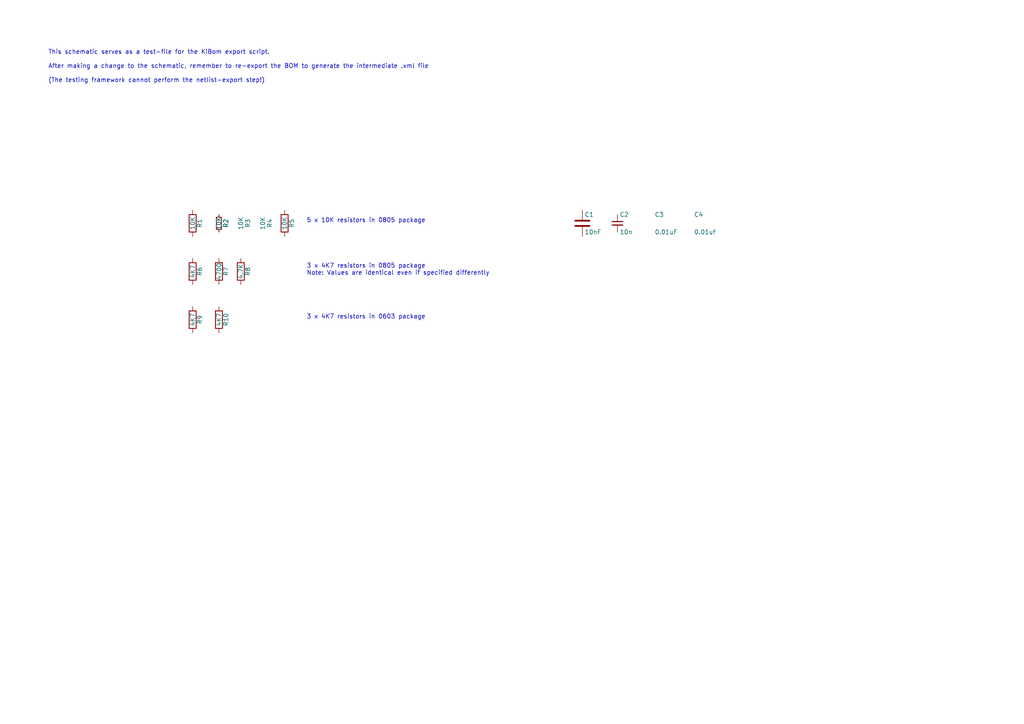
<source format=kicad_sch>
(kicad_sch (version 20211123) (generator eeschema)
  (paper "A4")
  (title_block (title "KiBom Test Schematic") (date "2020-03-12") (rev "A") (company "https://github.com/SchrodingersGat/KiBom"))
  (lib_symbols
    (symbol "Device:C" (pin_numbers hide) (pin_names (offset 0.254))
      (property "Reference" "C" (at 0.635 2.54 0))
      (property "Value" "C" (at 0.635 -2.54 0))
      (symbol "C_0_1"
        (polyline (pts (xy -2.032 -0.762) (xy 2.032 -0.762)) (stroke (width 0.508)))
        (polyline (pts (xy -2.032 0.762) (xy 2.032 0.762)) (stroke (width 0.508)))
      )
      (symbol "C_1_1"
        (pin passive line (at 0 3.81 270) (length 2.794) (name "~") (number "1"))
        (pin passive line (at 0 -3.81 90) (length 2.794) (name "~") (number "2"))
      )
    )
    (symbol "Device:C_Small" (pin_numbers hide) (pin_names (offset 0.254) hide)
      (property "Reference" "C" (at 0.254 1.778 0))
      (property "Value" "C_Small" (at 0.254 -2.032 0))
      (symbol "C_Small_0_1"
        (polyline (pts (xy -1.524 -0.508) (xy 1.524 -0.508)) (stroke (width 0.3302)))
        (polyline (pts (xy -1.524 0.508) (xy 1.524 0.508)) (stroke (width 0.3048)))
      )
      (symbol "C_Small_1_1"
        (pin passive line (at 0 2.54 270) (length 2.032) (name "~") (number "1"))
        (pin passive line (at 0 -2.54 90) (length 2.032) (name "~") (number "2"))
      )
    )
    (symbol "Device:R" (pin_numbers hide) (pin_names (offset 0))
      (property "Reference" "R" (at 2.032 0 90))
      (property "Value" "R" (at 0 0 90))
      (symbol "R_0_1"
        (rectangle (start -1.016 -2.54) (end 1.016 2.54) (stroke (width 0.254)))
      )
      (symbol "R_1_1"
        (pin passive line (at 0 3.81 270) (length 1.27) (name "~") (number "1"))
        (pin passive line (at 0 -3.81 90) (length 1.27) (name "~") (number "2"))
      )
    )
    (symbol "Device:R_Small" (pin_numbers hide) (pin_names (offset 0.254) hide)
      (property "Reference" "R" (at 0.762 0.508 0))
      (property "Value" "R_Small" (at 0.762 -1.016 0))
      (symbol "R_Small_0_1"
        (rectangle (start -0.762 1.778) (end 0.762 -1.778) (stroke (width 0.2032)))
      )
      (symbol "R_Small_1_1"
        (pin passive line (at 0 2.54 270) (length 0.762) (name "~") (number "1"))
        (pin passive line (at 0 -2.54 90) (length 0.762) (name "~") (number "2"))
      )
    )
  )
  (text "This schematic serves as a test-file for the KiBom export script.\n\nAfter making a change to the schematic, remember to re-export the BOM to generate the intermediate .xml file\n\n(The testing framework cannot perform the netlist-export step!)" (at 13.97 24.13 0) (effects (font (size 1.27 1.27)) (justify left bottom)))
  (text "5 x 10K resistors in 0805 package" (at 88.9 64.77 0) (effects (font (size 1.27 1.27)) (justify left bottom)))
  (text "3 x 4K7 resistors in 0603 package" (at 88.9 92.71 0) (effects (font (size 1.27 1.27)) (justify left bottom)))
  (text "3 x 4K7 resistors in 0805 package\nNote: Values are identical even if specified differently" (at 88.9 80.01 0) (effects (font (size 1.27 1.27)) (justify left bottom)))
  (symbol (lib_id "Device:R") (at 55.88 64.77 0) (unit 1)
    (property "Reference" "R1" (at 57.912 64.77 90))
    (property "Value" "10K" (at 55.88 64.77 90))
    (property "Footprint" "Resistor_SMD:R_0805_2012Metric" (effects hide))
  )
  (symbol (lib_id "Device:R_Small") (at 63.5 64.77 0) (unit 1)
    (property "Reference" "R2" (at 65.532 64.77 90))
    (property "Value" "10K" (at 63.5 64.77 90))
    (property "Footprint" "Resistor_SMD:R_0805_2012Metric" (effects hide))
  )
  (symbol (lib_id "Device:Res") (at 69.85 64.77 0) (unit 1)
    (property "Reference" "R3" (at 71.882 64.77 90))
    (property "Value" "10K" (at 69.85 64.77 90))
  )
  (symbol (lib_id "Device:Resistor") (at 76.2 64.77 0) (unit 1)
    (property "Reference" "R4" (at 78.232 64.77 90))
    (property "Value" "10K" (at 76.2 64.77 90))
    (property "Footprint" "Resistor_SMD:R_0805_2012Metric" (effects hide))
  )
  (symbol (lib_id "Device:R") (at 82.55 64.77 0) (unit 1)
    (property "Reference" "R5" (at 84.582 64.77 90))
    (property "Value" "10K" (at 82.55 64.77 90))
    (property "Footprint" "Resistor_SMD:R_0805_2012Metric" (effects hide))
  )
  (symbol (lib_id "Device:R") (at 55.88 78.74 0) (unit 1)
    (property "Reference" "R6" (at 57.912 78.74 90))
    (property "Value" "4K7" (at 55.88 78.74 90))
    (property "Footprint" "Resistor_SMD:R_0805_2012Metric" (effects hide))
    (property "Config" "DNF" (effects hide))
  )
  (symbol (lib_id "Device:R") (at 63.5 78.74 0) (unit 1)
    (property "Reference" "R7" (at 65.532 78.74 90))
    (property "Value" "4700" (at 63.5 78.74 90))
    (property "Footprint" "Resistor_SMD:R_0805_2012Metric" (effects hide))
    (property "Config" "DNC" (effects hide))
  )
  (symbol (lib_id "Device:R") (at 69.85 78.74 0) (unit 1)
    (property "Reference" "R8" (at 71.882 78.74 90))
    (property "Value" "4.7K" (at 69.85 78.74 90))
    (property "Footprint" "Resistor_SMD:R_0805_2012Metric" (effects hide))
  )
  (symbol (lib_id "Device:R") (at 55.88 92.71 0) (unit 1)
    (property "Reference" "R9" (at 57.912 92.71 90))
    (property "Value" "4K7" (at 55.88 92.71 90))
    (property "Footprint" "Resistor_SMD:R_0603_1608Metric" (effects hide))
  )
  (symbol (lib_id "Device:R") (at 63.5 92.71 0) (unit 1)
    (property "Reference" "R10" (at 65.532 92.71 90))
    (property "Value" "4K7" (at 63.5 92.71 90))
    (property "Footprint" "Resistor_SMD:R_0603_1608Metric" (effects hide))
  )
  (symbol (lib_id "Device:C") (at 168.91 64.77 0) (unit 1)
    (property "Reference" "C1" (at 169.545 62.23 0) (effects (justify left)))
    (property "Value" "10nF" (at 169.545 67.31 0) (effects (justify left)))
    (property "Footprint" "Capacitor_SMD:C_0603_1608Metric" (effects hide))
  )
  (symbol (lib_id "Device:C_Small") (at 179.07 64.77 0) (unit 1)
    (property "Reference" "C2" (at 179.705 62.23 0) (effects (justify left)))
    (property "Value" "10n" (at 179.705 67.31 0) (effects (justify left)))
    (property "Footprint" "Capacitor_SMD:C_0603_1608Metric" (effects hide))
  )
  (symbol (lib_id "Device:Cap") (at 189.23 64.77 0) (unit 1)
    (property "Reference" "C3" (at 189.865 62.23 0) (effects (justify left)))
    (property "Value" "0.01uF" (at 189.865 67.31 0) (effects (justify left)))
    (property "Footprint" "Capacitor_SMD:C_0603_1608Metric" (effects hide))
  )
  (symbol (lib_id "Device:Capacitor") (at 200.66 64.77 0) (unit 1)
    (property "Reference" "C4" (at 201.295 62.23 0) (effects (justify left)))
    (property "Value" "0.01uf" (at 201.295 67.31 0) (effects (justify left)))
    (property "Footprint" "Capacitor_SMD:C_0603_1608Metric" (effects hide))
  )
)
</source>
